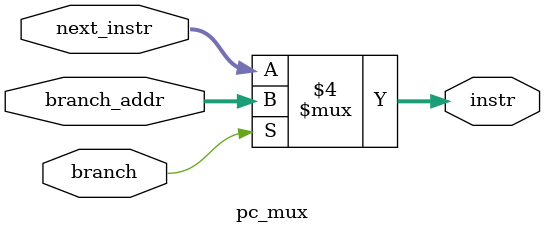
<source format=v>
module pc_mux(input [31:0] next_instr, branch_addr, input branch, output reg [31:0] instr);

always @(*) begin
    if(branch == 1) begin
        instr <= branch_addr;
    end
    else begin
        instr <= next_instr;
    end
end

endmodule
</source>
